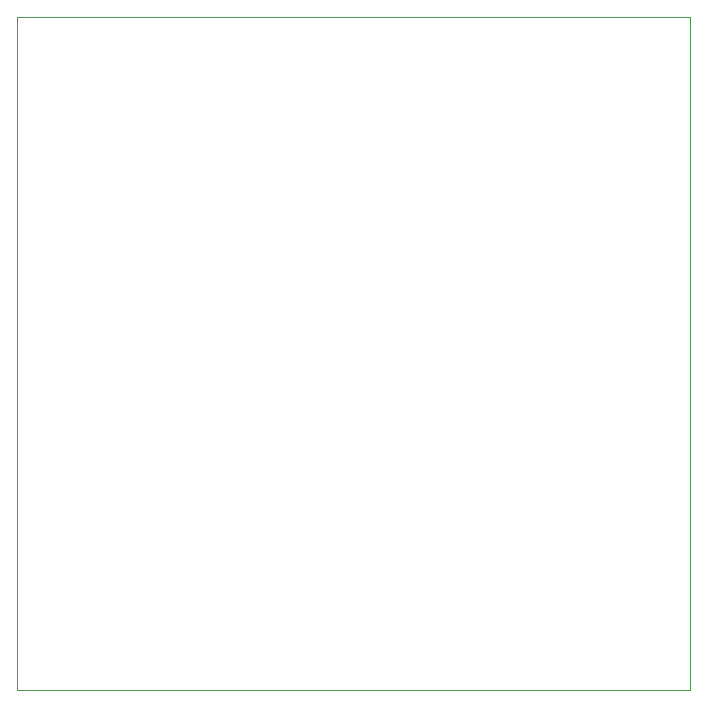
<source format=gbr>
%TF.GenerationSoftware,KiCad,Pcbnew,9.0.0*%
%TF.CreationDate,2025-03-14T15:54:35+08:00*%
%TF.ProjectId,xypad,78797061-642e-46b6-9963-61645f706362,rev?*%
%TF.SameCoordinates,Original*%
%TF.FileFunction,Profile,NP*%
%FSLAX46Y46*%
G04 Gerber Fmt 4.6, Leading zero omitted, Abs format (unit mm)*
G04 Created by KiCad (PCBNEW 9.0.0) date 2025-03-14 15:54:35*
%MOMM*%
%LPD*%
G01*
G04 APERTURE LIST*
%TA.AperFunction,Profile*%
%ADD10C,0.050000*%
%TD*%
G04 APERTURE END LIST*
D10*
X148350000Y-32600000D02*
X205350000Y-32600000D01*
X205350000Y-89600000D01*
X148350000Y-89600000D01*
X148350000Y-32600000D01*
M02*

</source>
